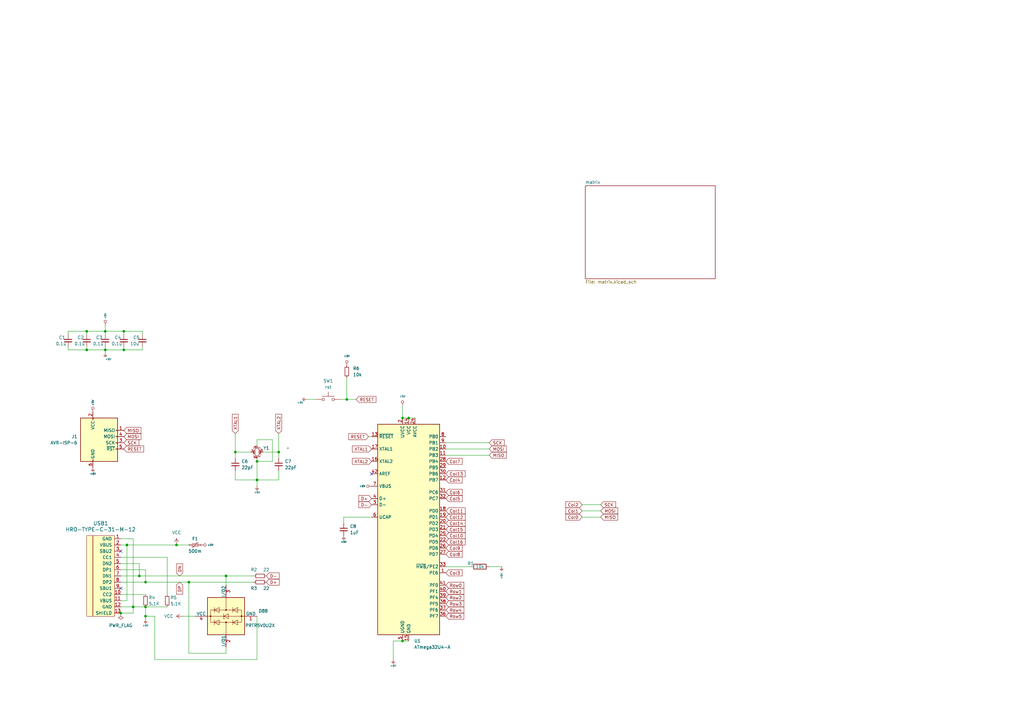
<source format=kicad_sch>
(kicad_sch (version 20230121) (generator eeschema)
  (paper "A3")
  (lib_symbols
    (symbol "Connector:AVR-ISP-6" (pin_names (offset 1.016))
      (property "Reference" "J" (at -6.35 11.43 0))
      (property "Value" "AVR-ISP-6" (at 0 11.43 0))
      (symbol "AVR-ISP-6_0_1"
        (rectangle (start -2.667 -6.858) (end -2.413 -7.62))
        (rectangle (start -2.667 10.16) (end -2.413 9.398))
        (rectangle (start 7.62 -2.413) (end 6.858 -2.667))
        (rectangle (start 7.62 0.127) (end 6.858 -0.127))
        (rectangle (start 7.62 2.667) (end 6.858 2.413))
        (rectangle (start 7.62 5.207) (end 6.858 4.953))
        (rectangle (start 7.62 10.16) (end -7.62 -7.62) (stroke (width 0.254)) (fill (type background)))
      )
      (symbol "AVR-ISP-6_1_1"
        (pin passive line (at 10.16 5.08 180) (length 2.54) (name "MISO") (number "1"))
        (pin passive line (at -2.54 12.7 270) (length 2.54) (name "VCC") (number "2"))
        (pin passive line (at 10.16 0 180) (length 2.54) (name "SCK") (number "3"))
        (pin passive line (at 10.16 2.54 180) (length 2.54) (name "MOSI") (number "4"))
        (pin passive line (at 10.16 -2.54 180) (length 2.54) (name "~{RST}") (number "5"))
        (pin passive line (at -2.54 -10.16 90) (length 2.54) (name "GND") (number "6"))
      )
    )
    (symbol "Device:C_Small" (pin_numbers hide) (pin_names (offset 0.254) hide)
      (property "Reference" "C" (at 0.254 1.778 0))
      (property "Value" "C_Small" (at 0.254 -2.032 0))
      (symbol "C_Small_0_1"
        (polyline (pts (xy -1.524 -0.508) (xy 1.524 -0.508)) (stroke (width 0.3302)))
        (polyline (pts (xy -1.524 0.508) (xy 1.524 0.508)) (stroke (width 0.3048)))
      )
      (symbol "C_Small_1_1"
        (pin passive line (at 0 2.54 270) (length 2.032) (name "~") (number "1"))
        (pin passive line (at 0 -2.54 90) (length 2.032) (name "~") (number "2"))
      )
    )
    (symbol "Device:Crystal_GND24_Small" (pin_names (offset 1.016) hide)
      (property "Reference" "Y" (at 1.27 4.445 0))
      (property "Value" "Crystal_GND24_Small" (at 1.27 2.54 0))
      (symbol "Crystal_GND24_Small_0_1"
        (rectangle (start -0.762 -1.524) (end 0.762 1.524))
        (polyline (pts (xy -1.27 -0.762) (xy -1.27 0.762)) (stroke (width 0.381)))
        (polyline (pts (xy 1.27 -0.762) (xy 1.27 0.762)) (stroke (width 0.381)))
        (polyline (pts (xy -1.27 -1.27) (xy -1.27 -1.905) (xy 1.27 -1.905) (xy 1.27 -1.27)))
        (polyline (pts (xy -1.27 1.27) (xy -1.27 1.905) (xy 1.27 1.905) (xy 1.27 1.27)))
      )
      (symbol "Crystal_GND24_Small_1_1"
        (pin passive line (at -2.54 0 0) (length 1.27) (name "1") (number "1"))
        (pin passive line (at 0 -2.54 90) (length 0.635) (name "2") (number "2"))
        (pin passive line (at 2.54 0 180) (length 1.27) (name "3") (number "3"))
        (pin passive line (at 0 2.54 270) (length 0.635) (name "4") (number "4"))
      )
    )
    (symbol "Device:Polyfuse_Small" (pin_numbers hide) (pin_names (offset 0))
      (property "Reference" "F" (at -1.905 0 90))
      (property "Value" "Polyfuse_Small" (at 1.905 0 90))
      (symbol "Polyfuse_Small_0_1"
        (rectangle (start -0.508 1.27) (end 0.508 -1.27))
        (polyline (pts (xy 0 2.54) (xy 0 -2.54)))
        (polyline (pts (xy -1.016 1.27) (xy -1.016 0.762) (xy 1.016 -0.762) (xy 1.016 -1.27)))
      )
      (symbol "Polyfuse_Small_1_1"
        (pin passive line (at 0 2.54 270) (length 0.635) (name "~") (number "1"))
        (pin passive line (at 0 -2.54 90) (length 0.635) (name "~") (number "2"))
      )
    )
    (symbol "Device:R" (pin_numbers hide) (pin_names (offset 0))
      (property "Reference" "R" (at 2.032 0 90))
      (property "Value" "R" (at 0 0 90))
      (symbol "R_0_1"
        (rectangle (start -1.016 -2.54) (end 1.016 2.54) (stroke (width 0.254)))
      )
      (symbol "R_1_1"
        (pin passive line (at 0 3.81 270) (length 1.27) (name "~") (number "1"))
        (pin passive line (at 0 -3.81 90) (length 1.27) (name "~") (number "2"))
      )
    )
    (symbol "Device:R_Small" (pin_numbers hide) (pin_names (offset 0.254) hide)
      (property "Reference" "R" (at 0.762 0.508 0))
      (property "Value" "R_Small" (at 0.762 -1.016 0))
      (symbol "R_Small_0_1"
        (rectangle (start -0.762 1.778) (end 0.762 -1.778) (stroke (width 0.2032)))
      )
      (symbol "R_Small_1_1"
        (pin passive line (at 0 2.54 270) (length 0.762) (name "~") (number "1"))
        (pin passive line (at 0 -2.54 90) (length 0.762) (name "~") (number "2"))
      )
    )
    (symbol "MCU_Microchip_ATmega:ATmega32U4-A"
      (property "Reference" "U" (at -12.7 44.45 0))
      (property "Value" "ATmega32U4-A" (at 2.54 -44.45 0))
      (symbol "ATmega32U4-A_0_1"
        (rectangle (start -12.7 -43.18) (end 12.7 43.18) (stroke (width 0.254)) (fill (type background)))
      )
      (symbol "ATmega32U4-A_1_1"
        (pin bidirectional line (at 15.24 -17.78 180) (length 2.54) (name "PE6") (number "1"))
        (pin bidirectional line (at 15.24 33.02 180) (length 2.54) (name "PB2") (number "10"))
        (pin bidirectional line (at 15.24 30.48 180) (length 2.54) (name "PB3") (number "11"))
        (pin bidirectional line (at 15.24 20.32 180) (length 2.54) (name "PB7") (number "12"))
        (pin input line (at -15.24 38.1 0) (length 2.54) (name "~{RESET}") (number "13"))
        (pin power_in line (at 0 45.72 270) (length 2.54) (name "VCC") (number "14"))
        (pin power_in line (at 0 -45.72 90) (length 2.54) (name "GND") (number "15"))
        (pin output line (at -15.24 27.94 0) (length 2.54) (name "XTAL2") (number "16"))
        (pin input line (at -15.24 33.02 0) (length 2.54) (name "XTAL1") (number "17"))
        (pin bidirectional line (at 15.24 7.62 180) (length 2.54) (name "PD0") (number "18"))
        (pin bidirectional line (at 15.24 5.08 180) (length 2.54) (name "PD1") (number "19"))
        (pin power_in line (at -2.54 45.72 270) (length 2.54) (name "UVCC") (number "2"))
        (pin bidirectional line (at 15.24 2.54 180) (length 2.54) (name "PD2") (number "20"))
        (pin bidirectional line (at 15.24 0 180) (length 2.54) (name "PD3") (number "21"))
        (pin bidirectional line (at 15.24 -5.08 180) (length 2.54) (name "PD5") (number "22"))
        (pin passive line (at 0 -45.72 90) (length 2.54) hide (name "GND") (number "23"))
        (pin power_in line (at 2.54 45.72 270) (length 2.54) (name "AVCC") (number "24"))
        (pin bidirectional line (at 15.24 -2.54 180) (length 2.54) (name "PD4") (number "25"))
        (pin bidirectional line (at 15.24 -7.62 180) (length 2.54) (name "PD6") (number "26"))
        (pin bidirectional line (at 15.24 -10.16 180) (length 2.54) (name "PD7") (number "27"))
        (pin bidirectional line (at 15.24 27.94 180) (length 2.54) (name "PB4") (number "28"))
        (pin bidirectional line (at 15.24 25.4 180) (length 2.54) (name "PB5") (number "29"))
        (pin bidirectional line (at -15.24 10.16 0) (length 2.54) (name "D-") (number "3"))
        (pin bidirectional line (at 15.24 22.86 180) (length 2.54) (name "PB6") (number "30"))
        (pin bidirectional line (at 15.24 15.24 180) (length 2.54) (name "PC6") (number "31"))
        (pin bidirectional line (at 15.24 12.7 180) (length 2.54) (name "PC7") (number "32"))
        (pin bidirectional line (at 15.24 -15.24 180) (length 2.54) (name "~{HWB}/PE2") (number "33"))
        (pin passive line (at 0 45.72 270) (length 2.54) hide (name "VCC") (number "34"))
        (pin passive line (at 0 -45.72 90) (length 2.54) hide (name "GND") (number "35"))
        (pin bidirectional line (at 15.24 -35.56 180) (length 2.54) (name "PF7") (number "36"))
        (pin bidirectional line (at 15.24 -33.02 180) (length 2.54) (name "PF6") (number "37"))
        (pin bidirectional line (at 15.24 -30.48 180) (length 2.54) (name "PF5") (number "38"))
        (pin bidirectional line (at 15.24 -27.94 180) (length 2.54) (name "PF4") (number "39"))
        (pin bidirectional line (at -15.24 12.7 0) (length 2.54) (name "D+") (number "4"))
        (pin bidirectional line (at 15.24 -25.4 180) (length 2.54) (name "PF1") (number "40"))
        (pin bidirectional line (at 15.24 -22.86 180) (length 2.54) (name "PF0") (number "41"))
        (pin passive line (at -15.24 22.86 0) (length 2.54) (name "AREF") (number "42"))
        (pin passive line (at 0 -45.72 90) (length 2.54) hide (name "GND") (number "43"))
        (pin passive line (at 2.54 45.72 270) (length 2.54) hide (name "AVCC") (number "44"))
        (pin passive line (at -2.54 -45.72 90) (length 2.54) (name "UGND") (number "5"))
        (pin passive line (at -15.24 5.08 0) (length 2.54) (name "UCAP") (number "6"))
        (pin input line (at -15.24 17.78 0) (length 2.54) (name "VBUS") (number "7"))
        (pin bidirectional line (at 15.24 38.1 180) (length 2.54) (name "PB0") (number "8"))
        (pin bidirectional line (at 15.24 35.56 180) (length 2.54) (name "PB1") (number "9"))
      )
    )
    (symbol "Power_Protection:PRTR5V0U2X" (pin_names (offset 0))
      (property "Reference" "D" (at 2.794 8.636 0))
      (property "Value" "PRTR5V0U2X" (at 8.128 -9.398 0))
      (symbol "PRTR5V0U2X_0_1"
        (rectangle (start -7.62 -7.62) (end 7.62 7.62) (stroke (width 0.254)) (fill (type background)))
        (circle (center -2.54 0) (radius 0.254) (fill (type outline)))
        (rectangle (start -2.54 6.35) (end 2.54 -6.35))
        (circle (center 0 -6.35) (radius 0.254) (fill (type outline)))
        (polyline (pts (xy -2.54 0) (xy -7.62 0)))
        (polyline (pts (xy -1.524 -2.794) (xy -3.556 -2.794)))
        (polyline (pts (xy -1.524 4.826) (xy -3.556 4.826)))
        (polyline (pts (xy 0 -7.62) (xy 0 7.62)))
        (polyline (pts (xy 1.524 -2.794) (xy 3.556 -2.794)))
        (polyline (pts (xy 1.524 4.826) (xy 3.556 4.826)))
        (polyline (pts (xy 2.54 0) (xy 7.62 0)))
        (polyline (pts (xy 1.016 1.016) (xy -1.016 1.016) (xy -1.016 0.508)))
        (polyline (pts (xy -3.556 -4.826) (xy -1.524 -4.826) (xy -2.54 -2.794) (xy -3.556 -4.826)))
        (polyline (pts (xy -3.556 2.794) (xy -1.524 2.794) (xy -2.54 4.826) (xy -3.556 2.794)))
        (polyline (pts (xy -1.016 -1.016) (xy 1.016 -1.016) (xy 0 1.016) (xy -1.016 -1.016)))
        (polyline (pts (xy 3.556 -4.826) (xy 1.524 -4.826) (xy 2.54 -2.794) (xy 3.556 -4.826)))
        (polyline (pts (xy 3.556 2.794) (xy 1.524 2.794) (xy 2.54 4.826) (xy 3.556 2.794)))
        (circle (center 0 6.35) (radius 0.254) (fill (type outline)))
        (circle (center 2.54 0) (radius 0.254) (fill (type outline)))
      )
      (symbol "PRTR5V0U2X_1_1"
        (pin passive line (at 0 -12.7 90) (length 5.08) (name "GND") (number "1"))
        (pin passive line (at -12.7 0 0) (length 5.08) (name "I/O1") (number "2"))
        (pin passive line (at 12.7 0 180) (length 5.08) (name "I/O2") (number "3"))
        (pin passive line (at 0 12.7 270) (length 5.08) (name "VCC") (number "4"))
      )
    )
    (symbol "Switch:SW_Push" (pin_numbers hide) (pin_names (offset 1.016) hide)
      (property "Reference" "SW" (at 1.27 2.54 0))
      (property "Value" "SW_Push" (at 0 -1.524 0))
      (symbol "SW_Push_0_1"
        (circle (center -2.032 0) (radius 0.508))
        (polyline (pts (xy 0 1.27) (xy 0 3.048)))
        (polyline (pts (xy 2.54 1.27) (xy -2.54 1.27)))
        (circle (center 2.032 0) (radius 0.508))
        (pin passive line (at -5.08 0 0) (length 2.54) (name "1") (number "1"))
        (pin passive line (at 5.08 0 180) (length 2.54) (name "2") (number "2"))
      )
    )
    (symbol "Type-C:HRO-TYPE-C-31-M-12" (pin_names (offset 1.016))
      (property "Reference" "USB" (at -5.08 16.51 0))
      (property "Value" "HRO-TYPE-C-31-M-12" (at -10.16 -1.27 90))
      (symbol "HRO-TYPE-C-31-M-12_0_1"
        (rectangle (start -11.43 15.24) (end -8.89 -17.78) (fill (type background)))
        (rectangle (start 0 -17.78) (end -8.89 15.24) (fill (type background)))
      )
      (symbol "HRO-TYPE-C-31-M-12_1_1"
        (pin input line (at 2.54 13.97 180) (length 2.54) (name "GND") (number "1"))
        (pin input line (at 2.54 -8.89 180) (length 2.54) (name "CC2") (number "10"))
        (pin input line (at 2.54 -11.43 180) (length 2.54) (name "VBUS") (number "11"))
        (pin input line (at 2.54 -13.97 180) (length 2.54) (name "GND") (number "12"))
        (pin input line (at 2.54 -16.51 180) (length 2.54) (name "SHIELD") (number "13"))
        (pin input line (at 2.54 11.43 180) (length 2.54) (name "VBUS") (number "2"))
        (pin input line (at 2.54 8.89 180) (length 2.54) (name "SBU2") (number "3"))
        (pin input line (at 2.54 6.35 180) (length 2.54) (name "CC1") (number "4"))
        (pin input line (at 2.54 3.81 180) (length 2.54) (name "DN2") (number "5"))
        (pin input line (at 2.54 1.27 180) (length 2.54) (name "DP1") (number "6"))
        (pin input line (at 2.54 -1.27 180) (length 2.54) (name "DN1") (number "7"))
        (pin input line (at 2.54 -3.81 180) (length 2.54) (name "DP2") (number "8"))
        (pin input line (at 2.54 -6.35 180) (length 2.54) (name "SBU1") (number "9"))
      )
    )
    (symbol "keyboard_parts:+5V" (power) (pin_names (offset 0))
      (property "Value" "+5V" (at 0 2.794 0))
      (symbol "+5V_0_0"
        (pin power_in line (at 0 0 90) (length 0) hide (name "+5V") (number "1"))
      )
      (symbol "+5V_0_1"
        (polyline (pts (xy 0 0) (xy 0 1.016) (xy 0 1.016)))
        (circle (center 0 1.524) (radius 0.508))
      )
    )
    (symbol "keyboard_parts:GND" (power) (pin_names (offset 0))
      (property "Value" "GND" (at 0 -2.54 0))
      (symbol "GND_0_0"
        (pin power_in line (at 0 0 90) (length 0) hide (name "+5V") (number "1"))
      )
      (symbol "GND_0_1"
        (polyline (pts (xy 0 -1.651) (xy 0.635 -1.016) (xy -0.635 -1.016) (xy 0 -1.651)))
      )
      (symbol "GND_1_1"
        (polyline (pts (xy 0 0) (xy 0 -1.016) (xy 0 -1.016)))
      )
    )
    (symbol "power:PWR_FLAG" (power) (pin_numbers hide) (pin_names (offset 0) hide)
      (property "Value" "PWR_FLAG" (at 0 3.81 0))
      (symbol "PWR_FLAG_0_0"
        (pin power_out line (at 0 0 90) (length 0) (name "pwr") (number "1"))
      )
      (symbol "PWR_FLAG_0_1"
        (polyline (pts (xy 0 0) (xy 0 1.27) (xy -1.016 1.905) (xy 0 2.54) (xy 1.016 1.905) (xy 0 1.27)))
      )
    )
    (symbol "power:VCC" (power) (pin_names (offset 0))
      (property "Value" "VCC" (at 0 3.81 0))
      (symbol "VCC_0_1"
        (polyline (pts (xy -0.762 1.27) (xy 0 2.54)))
        (polyline (pts (xy 0 0) (xy 0 2.54)))
        (polyline (pts (xy 0 2.54) (xy 0.762 1.27)))
      )
      (symbol "VCC_1_1"
        (pin power_in line (at 0 0 90) (length 0) hide (name "VCC") (number "1"))
      )
    )
  )
  (junction (at 72.39 223.52))
  (junction (at 50.8 135.89))
  (junction (at 59.69 252.73))
  (junction (at 49.53 251.46))
  (junction (at 59.69 238.76))
  (junction (at 59.69 248.92))
  (junction (at 35.56 135.89))
  (junction (at 35.56 143.51))
  (junction (at 43.18 135.89))
  (junction (at 105.41 189.23))
  (junction (at 105.41 196.85))
  (junction (at 57.15 236.22))
  (junction (at 165.1 171.45))
  (junction (at 52.07 223.52))
  (junction (at 43.18 143.51))
  (junction (at 50.8 143.51))
  (junction (at 96.52 185.42))
  (junction (at 114.3 185.42))
  (junction (at 165.1 262.89))
  (junction (at 142.24 163.83))
  (junction (at 77.47 238.76))
  (junction (at 92.71 236.22))
  (junction (at 167.64 171.45))
  (junction (at 54.61 248.92))
  (no_connect (at 152.4 194.31))
  (no_connect (at 49.53 241.3))
  (no_connect (at 49.53 226.06))
  (wire (pts (xy 43.18 135.89) (xy 50.8 135.89)))
  (wire (pts (xy 111.76 180.34) (xy 111.76 189.23)))
  (wire (pts (xy 200.66 181.61) (xy 182.88 181.61)))
  (wire (pts (xy 43.18 135.89) (xy 43.18 137.16)))
  (wire (pts (xy 165.1 262.89) (xy 167.64 262.89)))
  (wire (pts (xy 68.58 228.6) (xy 68.58 243.84)))
  (wire (pts (xy 77.47 267.97) (xy 77.47 238.76)))
  (wire (pts (xy 105.41 252.73) (xy 105.41 270.51)))
  (wire (pts (xy 92.71 265.43) (xy 92.71 267.97)))
  (wire (pts (xy 105.41 189.23) (xy 105.41 196.85)))
  (wire (pts (xy 105.41 196.85) (xy 105.41 199.39)))
  (wire (pts (xy 125.73 163.83) (xy 129.54 163.83)))
  (wire (pts (xy 43.18 133.35) (xy 43.18 135.89)))
  (wire (pts (xy 105.41 180.34) (xy 111.76 180.34)))
  (wire (pts (xy 59.69 248.92) (xy 68.58 248.92)))
  (wire (pts (xy 238.76 212.09) (xy 246.38 212.09)))
  (wire (pts (xy 63.5 270.51) (xy 63.5 252.73)))
  (wire (pts (xy 49.53 233.68) (xy 59.69 233.68)))
  (wire (pts (xy 92.71 236.22) (xy 104.14 236.22)))
  (wire (pts (xy 92.71 236.22) (xy 92.71 240.03)))
  (wire (pts (xy 49.53 248.92) (xy 54.61 248.92)))
  (wire (pts (xy 96.52 177.8) (xy 96.52 185.42)))
  (wire (pts (xy 35.56 143.51) (xy 43.18 143.51)))
  (wire (pts (xy 140.97 212.09) (xy 140.97 214.63)))
  (wire (pts (xy 35.56 142.24) (xy 35.56 143.51)))
  (wire (pts (xy 49.53 223.52) (xy 52.07 223.52)))
  (wire (pts (xy 57.15 236.22) (xy 92.71 236.22)))
  (wire (pts (xy 58.42 142.24) (xy 58.42 143.51)))
  (wire (pts (xy 58.42 135.89) (xy 58.42 137.16)))
  (wire (pts (xy 54.61 220.98) (xy 49.53 220.98)))
  (wire (pts (xy 152.4 212.09) (xy 140.97 212.09)))
  (wire (pts (xy 200.66 186.69) (xy 182.88 186.69)))
  (wire (pts (xy 151.13 179.07) (xy 152.4 179.07)))
  (wire (pts (xy 105.41 270.51) (xy 63.5 270.51)))
  (wire (pts (xy 146.05 163.83) (xy 142.24 163.83)))
  (wire (pts (xy 59.69 238.76) (xy 77.47 238.76)))
  (wire (pts (xy 49.53 243.84) (xy 59.69 243.84)))
  (wire (pts (xy 238.76 207.01) (xy 246.38 207.01)))
  (wire (pts (xy 200.66 184.15) (xy 182.88 184.15)))
  (wire (pts (xy 102.87 185.42) (xy 96.52 185.42)))
  (wire (pts (xy 49.53 236.22) (xy 57.15 236.22)))
  (wire (pts (xy 63.5 252.73) (xy 59.69 252.73)))
  (wire (pts (xy 52.07 223.52) (xy 72.39 223.52)))
  (wire (pts (xy 50.8 135.89) (xy 58.42 135.89)))
  (wire (pts (xy 35.56 135.89) (xy 43.18 135.89)))
  (wire (pts (xy 114.3 177.8) (xy 114.3 185.42)))
  (wire (pts (xy 27.94 135.89) (xy 27.94 137.16)))
  (wire (pts (xy 49.53 246.38) (xy 52.07 246.38)))
  (wire (pts (xy 52.07 246.38) (xy 52.07 223.52)))
  (wire (pts (xy 77.47 238.76) (xy 104.14 238.76)))
  (wire (pts (xy 74.93 252.73) (xy 80.01 252.73)))
  (wire (pts (xy 107.95 185.42) (xy 114.3 185.42)))
  (wire (pts (xy 161.29 270.51) (xy 161.29 262.89)))
  (wire (pts (xy 27.94 143.51) (xy 35.56 143.51)))
  (wire (pts (xy 142.24 154.94) (xy 142.24 163.83)))
  (wire (pts (xy 200.66 232.41) (xy 205.74 232.41)))
  (wire (pts (xy 92.71 267.97) (xy 77.47 267.97)))
  (wire (pts (xy 50.8 143.51) (xy 43.18 143.51)))
  (wire (pts (xy 161.29 262.89) (xy 165.1 262.89)))
  (wire (pts (xy 50.8 142.24) (xy 50.8 143.51)))
  (wire (pts (xy 49.53 228.6) (xy 68.58 228.6)))
  (wire (pts (xy 57.15 231.14) (xy 57.15 236.22)))
  (wire (pts (xy 114.3 193.04) (xy 114.3 196.85)))
  (wire (pts (xy 27.94 135.89) (xy 35.56 135.89)))
  (wire (pts (xy 54.61 248.92) (xy 59.69 248.92)))
  (wire (pts (xy 111.76 189.23) (xy 105.41 189.23)))
  (wire (pts (xy 49.53 238.76) (xy 59.69 238.76)))
  (wire (pts (xy 165.1 166.37) (xy 165.1 171.45)))
  (wire (pts (xy 59.69 233.68) (xy 59.69 238.76)))
  (wire (pts (xy 43.18 143.51) (xy 43.18 144.78)))
  (wire (pts (xy 182.88 232.41) (xy 193.04 232.41)))
  (wire (pts (xy 54.61 251.46) (xy 54.61 248.92)))
  (wire (pts (xy 49.53 251.46) (xy 54.61 251.46)))
  (wire (pts (xy 54.61 248.92) (xy 54.61 220.98)))
  (wire (pts (xy 238.76 209.55) (xy 246.38 209.55)))
  (wire (pts (xy 58.42 143.51) (xy 50.8 143.51)))
  (wire (pts (xy 72.39 223.52) (xy 77.47 223.52)))
  (wire (pts (xy 114.3 185.42) (xy 114.3 187.96)))
  (wire (pts (xy 43.18 142.24) (xy 43.18 143.51)))
  (wire (pts (xy 59.69 252.73) (xy 59.69 254)))
  (wire (pts (xy 35.56 135.89) (xy 35.56 137.16)))
  (wire (pts (xy 49.53 231.14) (xy 57.15 231.14)))
  (wire (pts (xy 114.3 196.85) (xy 105.41 196.85)))
  (wire (pts (xy 142.24 163.83) (xy 139.7 163.83)))
  (wire (pts (xy 50.8 135.89) (xy 50.8 137.16)))
  (wire (pts (xy 59.69 248.92) (xy 59.69 252.73)))
  (wire (pts (xy 96.52 185.42) (xy 96.52 187.96)))
  (wire (pts (xy 165.1 171.45) (xy 167.64 171.45)))
  (wire (pts (xy 96.52 196.85) (xy 105.41 196.85)))
  (wire (pts (xy 105.41 187.96) (xy 105.41 189.23)))
  (wire (pts (xy 105.41 182.88) (xy 105.41 180.34)))
  (wire (pts (xy 27.94 142.24) (xy 27.94 143.51)))
  (wire (pts (xy 96.52 193.04) (xy 96.52 196.85)))
  (wire (pts (xy 167.64 171.45) (xy 170.18 171.45)))
  (global_label "XTAL2" (shape input) (at 114.3 177.8 90) (property "Intersheetrefs" "${INTERSHEET_REFS}" (effects hide)))
  (global_label "DN" (shape input) (at 73.66 236.22 90) (property "Intersheetrefs" "${INTERSHEET_REFS}" (effects hide)))
  (global_label "Col15" (shape input) (at 182.88 217.17 0) (property "Intersheetrefs" "${INTERSHEET_REFS}" (effects hide)))
  (global_label "MISO" (shape input) (at 200.66 186.69 0) (property "Intersheetrefs" "${INTERSHEET_REFS}" (effects hide)))
  (global_label "RESET" (shape input) (at 146.05 163.83 0) (property "Intersheetrefs" "${INTERSHEET_REFS}" (effects hide)))
  (global_label "D-" (shape input) (at 109.22 236.22 0) (property "Intersheetrefs" "${INTERSHEET_REFS}" (effects hide)))
  (global_label "MISO" (shape input) (at 246.38 212.09 0) (property "Intersheetrefs" "${INTERSHEET_REFS}" (effects hide)))
  (global_label "MOSI" (shape input) (at 50.8 179.07 0) (property "Intersheetrefs" "${INTERSHEET_REFS}" (effects hide)))
  (global_label "SCK" (shape input) (at 246.38 207.01 0) (property "Intersheetrefs" "${INTERSHEET_REFS}" (effects hide)))
  (global_label "MOSI" (shape input) (at 200.66 184.15 0) (property "Intersheetrefs" "${INTERSHEET_REFS}" (effects hide)))
  (global_label "Col7" (shape input) (at 182.88 189.23 0) (property "Intersheetrefs" "${INTERSHEET_REFS}" (effects hide)))
  (global_label "RESET" (shape input) (at 151.13 179.07 180) (property "Intersheetrefs" "${INTERSHEET_REFS}" (effects hide)))
  (global_label "DP" (shape input) (at 73.66 238.76 270) (property "Intersheetrefs" "${INTERSHEET_REFS}" (effects hide)))
  (global_label "D+" (shape input) (at 109.22 238.76 0) (property "Intersheetrefs" "${INTERSHEET_REFS}" (effects hide)))
  (global_label "Col11" (shape input) (at 182.88 209.55 0) (property "Intersheetrefs" "${INTERSHEET_REFS}" (effects hide)))
  (global_label "Row2" (shape input) (at 182.88 245.11 0) (property "Intersheetrefs" "${INTERSHEET_REFS}" (effects hide)))
  (global_label "Col2" (shape input) (at 238.76 207.01 180) (property "Intersheetrefs" "${INTERSHEET_REFS}" (effects hide)))
  (global_label "SCK" (shape input) (at 50.8 181.61 0) (property "Intersheetrefs" "${INTERSHEET_REFS}" (effects hide)))
  (global_label "RESET" (shape input) (at 50.8 184.15 0) (property "Intersheetrefs" "${INTERSHEET_REFS}" (effects hide)))
  (global_label "Row5" (shape input) (at 182.88 252.73 0) (property "Intersheetrefs" "${INTERSHEET_REFS}" (effects hide)))
  (global_label "Col1" (shape input) (at 238.76 209.55 180) (property "Intersheetrefs" "${INTERSHEET_REFS}" (effects hide)))
  (global_label "Col8" (shape input) (at 182.88 227.33 0) (property "Intersheetrefs" "${INTERSHEET_REFS}" (effects hide)))
  (global_label "MOSI" (shape input) (at 246.38 209.55 0) (property "Intersheetrefs" "${INTERSHEET_REFS}" (effects hide)))
  (global_label "D-" (shape input) (at 152.4 207.01 180) (property "Intersheetrefs" "${INTERSHEET_REFS}" (effects hide)))
  (global_label "XTAL1" (shape input) (at 96.52 177.8 90) (property "Intersheetrefs" "${INTERSHEET_REFS}" (effects hide)))
  (global_label "Row0" (shape input) (at 182.88 240.03 0) (property "Intersheetrefs" "${INTERSHEET_REFS}" (effects hide)))
  (global_label "Col5" (shape input) (at 182.88 204.47 0) (property "Intersheetrefs" "${INTERSHEET_REFS}" (effects hide)))
  (global_label "Col16" (shape input) (at 182.88 222.25 0) (property "Intersheetrefs" "${INTERSHEET_REFS}" (effects hide)))
  (global_label "Col4" (shape input) (at 182.88 196.85 0) (property "Intersheetrefs" "${INTERSHEET_REFS}" (effects hide)))
  (global_label "Row1" (shape input) (at 182.88 242.57 0) (property "Intersheetrefs" "${INTERSHEET_REFS}" (effects hide)))
  (global_label "Col9" (shape input) (at 182.88 224.79 0) (property "Intersheetrefs" "${INTERSHEET_REFS}" (effects hide)))
  (global_label "Row3" (shape input) (at 182.88 247.65 0) (property "Intersheetrefs" "${INTERSHEET_REFS}" (effects hide)))
  (global_label "XTAL2" (shape input) (at 152.4 189.23 180) (property "Intersheetrefs" "${INTERSHEET_REFS}" (effects hide)))
  (global_label "Col10" (shape input) (at 182.88 219.71 0) (property "Intersheetrefs" "${INTERSHEET_REFS}" (effects hide)))
  (global_label "XTAL1" (shape input) (at 152.4 184.15 180) (property "Intersheetrefs" "${INTERSHEET_REFS}" (effects hide)))
  (global_label "Col3" (shape input) (at 182.88 234.95 0) (property "Intersheetrefs" "${INTERSHEET_REFS}" (effects hide)))
  (global_label "Col13" (shape input) (at 182.88 194.31 0) (property "Intersheetrefs" "${INTERSHEET_REFS}" (effects hide)))
  (global_label "Col14" (shape input) (at 182.88 214.63 0) (property "Intersheetrefs" "${INTERSHEET_REFS}" (effects hide)))
  (global_label "Col0" (shape input) (at 238.76 212.09 180) (property "Intersheetrefs" "${INTERSHEET_REFS}" (effects hide)))
  (global_label "D+" (shape input) (at 152.4 204.47 180) (property "Intersheetrefs" "${INTERSHEET_REFS}" (effects hide)))
  (global_label "Col12" (shape input) (at 182.88 212.09 0) (property "Intersheetrefs" "${INTERSHEET_REFS}" (effects hide)))
  (global_label "Row4" (shape input) (at 182.88 250.19 0) (property "Intersheetrefs" "${INTERSHEET_REFS}" (effects hide)))
  (global_label "SCK" (shape input) (at 200.66 181.61 0) (property "Intersheetrefs" "${INTERSHEET_REFS}" (effects hide)))
  (global_label "Col6" (shape input) (at 182.88 201.93 0) (property "Intersheetrefs" "${INTERSHEET_REFS}" (effects hide)))
  (global_label "MISO" (shape input) (at 50.8 176.53 0) (property "Intersheetrefs" "${INTERSHEET_REFS}" (effects hide)))
  (symbol (lib_id "keyboard_parts:GND") (at 59.69 254 0) (unit 1)
    (property "Reference" "#PWR013" (effects hide))
    (property "Value" "GND" (at 59.69 256.54 0) (effects (font (size 0.762 0.762))))
  )
  (symbol (lib_id "keyboard_parts:GND") (at 140.97 219.71 0) (unit 1)
    (property "Reference" "#PWR08" (effects hide))
    (property "Value" "GND" (at 140.97 222.25 0) (effects (font (size 0.762 0.762))))
  )
  (symbol (lib_id "Device:R_Small") (at 68.58 246.38 0) (unit 1)
    (property "Reference" "R5" (at 69.85 245.11 0) (effects (justify left)))
    (property "Value" "5.1K" (at 69.85 247.65 0) (effects (justify left)))
    (property "Footprint" "Resistor_SMD:R_0805_2012Metric_Pad1.20x1.40mm_HandSolder" (effects hide))
  )
  (symbol (lib_id "Device:C_Small") (at 35.56 139.7 0) (unit 1)
    (property "Reference" "C2" (at 31.75 138.43 0) (effects (justify left)))
    (property "Value" "0.1u" (at 30.48 140.97 0) (effects (justify left)))
    (property "Footprint" "Capacitor_SMD:C_0805_2012Metric_Pad1.18x1.45mm_HandSolder" (effects hide))
  )
  (symbol (lib_id "keyboard_parts:+5V") (at 142.24 149.86 0) (unit 1)
    (property "Reference" "#PWR016" (effects hide))
    (property "Value" "+5V" (at 142.24 146.05 0) (effects (font (size 0.762 0.762))))
  )
  (symbol (lib_id "Device:R") (at 196.85 232.41 90) (unit 1)
    (property "Reference" "R1" (at 193.04 231.14 90))
    (property "Value" "10k" (at 196.85 232.41 90))
    (property "Footprint" "Resistor_SMD:R_0805_2012Metric_Pad1.20x1.40mm_HandSolder" (effects hide))
  )
  (symbol (lib_id "Device:C_Small") (at 58.42 139.7 0) (unit 1)
    (property "Reference" "C5" (at 54.61 138.43 0) (effects (justify left)))
    (property "Value" "10u" (at 53.34 140.97 0) (effects (justify left)))
    (property "Footprint" "Capacitor_SMD:C_0805_2012Metric_Pad1.18x1.45mm_HandSolder" (effects hide))
  )
  (symbol (lib_id "Device:R_Small") (at 106.68 236.22 90) (unit 1)
    (property "Reference" "R2" (at 104.14 233.68 90))
    (property "Value" "22" (at 109.22 233.68 90))
    (property "Footprint" "Resistor_SMD:R_0805_2012Metric_Pad1.20x1.40mm_HandSolder" (effects hide))
  )
  (symbol (lib_id "Device:C_Small") (at 96.52 190.5 0) (unit 1)
    (property "Reference" "C6" (at 99.06 189.2363 0) (effects (justify left)))
    (property "Value" "22pF" (at 99.06 191.7763 0) (effects (justify left)))
    (property "Footprint" "Capacitor_SMD:C_0805_2012Metric_Pad1.18x1.45mm_HandSolder" (effects hide))
  )
  (symbol (lib_id "keyboard_parts:GND") (at 43.18 144.78 0) (unit 1)
    (property "Reference" "#PWR02" (effects hide))
    (property "Value" "GND" (at 44.45 147.32 0) (effects (font (size 0.762 0.762))))
  )
  (symbol (lib_id "Type-C:HRO-TYPE-C-31-M-12") (at 46.99 234.95 0) (unit 1)
    (property "Reference" "USB1" (at 41.275 214.63 0) (effects (font (size 1.524 1.524))))
    (property "Value" "HRO-TYPE-C-31-M-12" (at 41.275 217.17 0) (effects (font (size 1.524 1.524))))
    (property "Footprint" "Type-C:HRO-TYPE-C-31-M-12-HandSoldering" (effects hide))
  )
  (symbol (lib_id "keyboard_parts:GND") (at 125.73 163.83 270) (unit 1)
    (property "Reference" "#PWR04" (effects hide))
    (property "Value" "GND" (at 121.92 165.1 90) (effects (font (size 0.762 0.762)) (justify left)))
  )
  (symbol (lib_id "power:PWR_FLAG") (at 49.53 251.46 180) (unit 1)
    (property "Reference" "#FLG01" (effects hide))
    (property "Value" "PWR_FLAG" (at 49.53 256.54 0))
  )
  (symbol (lib_id "keyboard_parts:GND") (at 161.29 270.51 0) (unit 1)
    (property "Reference" "#PWR014" (effects hide))
    (property "Value" "GND" (at 161.29 273.05 0) (effects (font (size 0.762 0.762))))
  )
  (symbol (lib_id "Device:C_Small") (at 27.94 139.7 0) (unit 1)
    (property "Reference" "C1" (at 24.13 138.43 0) (effects (justify left)))
    (property "Value" "0.1u" (at 22.86 140.97 0) (effects (justify left)))
    (property "Footprint" "Capacitor_SMD:C_0805_2012Metric_Pad1.18x1.45mm_HandSolder" (effects hide))
  )
  (symbol (lib_id "Device:C_Small") (at 50.8 139.7 0) (unit 1)
    (property "Reference" "C4" (at 46.99 138.43 0) (effects (justify left)))
    (property "Value" "0.1u" (at 45.72 140.97 0) (effects (justify left)))
    (property "Footprint" "Capacitor_SMD:C_0805_2012Metric_Pad1.18x1.45mm_HandSolder" (effects hide))
  )
  (symbol (lib_id "Device:C_Small") (at 43.18 139.7 0) (unit 1)
    (property "Reference" "C3" (at 39.37 138.43 0) (effects (justify left)))
    (property "Value" "0.1u" (at 38.1 140.97 0) (effects (justify left)))
    (property "Footprint" "Capacitor_SMD:C_0805_2012Metric_Pad1.18x1.45mm_HandSolder" (effects hide))
  )
  (symbol (lib_id "keyboard_parts:+5V") (at 82.55 223.52 270) (unit 1)
    (property "Reference" "#PWR010" (effects hide))
    (property "Value" "+5V" (at 85.09 223.52 90) (effects (font (size 0.762 0.762)) (justify left)))
  )
  (symbol (lib_id "MCU_Microchip_ATmega:ATmega32U4-A") (at 167.64 217.17 0) (unit 1)
    (property "Reference" "U1" (at 169.8341 262.89 0) (effects (justify left)))
    (property "Value" "ATmega32U4-A" (at 169.8341 265.43 0) (effects (justify left)))
    (property "Footprint" "Package_QFP:TQFP-44_10x10mm_P0.8mm" (effects hide))
    (property "Datasheet" "http://ww1.microchip.com/downloads/en/DeviceDoc/Atmel-7766-8-bit-AVR-ATmega16U4-32U4_Datasheet.pdf" (effects hide))
  )
  (symbol (lib_id "Device:R_Small") (at 59.69 246.38 0) (unit 1)
    (property "Reference" "R4" (at 60.96 245.11 0) (effects (justify left)))
    (property "Value" "5.1K" (at 60.96 247.65 0) (effects (justify left)))
    (property "Footprint" "Resistor_SMD:R_0805_2012Metric_Pad1.20x1.40mm_HandSolder" (effects hide))
  )
  (symbol (lib_id "Switch:SW_Push") (at 134.62 163.83 0) (unit 1)
    (property "Reference" "SW1" (at 134.62 156.21 0))
    (property "Value" "rst" (at 134.62 158.75 0))
    (property "Footprint" "PCM_marbastlib-various:SW_SPST_SKQG_WithStem" (effects hide))
  )
  (symbol (lib_id "keyboard_parts:+5V") (at 43.18 133.35 0) (unit 1)
    (property "Reference" "#PWR01" (effects hide))
    (property "Value" "+5V" (at 43.18 130.81 90) (effects (font (size 0.762 0.762)) (justify left)))
  )
  (symbol (lib_id "keyboard_parts:GND") (at 105.41 199.39 0) (unit 1)
    (property "Reference" "#PWR07" (effects hide))
    (property "Value" "GND" (at 105.41 201.93 0) (effects (font (size 0.762 0.762))))
  )
  (symbol (lib_id "Device:R_Small") (at 106.68 238.76 90) (unit 1)
    (property "Reference" "R3" (at 104.14 241.3 90))
    (property "Value" "22" (at 109.22 241.3 90))
    (property "Footprint" "Resistor_SMD:R_0805_2012Metric_Pad1.20x1.40mm_HandSolder" (effects hide))
  )
  (symbol (lib_id "Device:C_Small") (at 140.97 217.17 0) (unit 1)
    (property "Reference" "C8" (at 143.51 215.9063 0) (effects (justify left)))
    (property "Value" "1uF" (at 143.51 218.4463 0) (effects (justify left)))
    (property "Footprint" "Capacitor_SMD:C_0805_2012Metric_Pad1.18x1.45mm_HandSolder" (effects hide))
  )
  (symbol (lib_id "Connector:AVR-ISP-6") (at 40.64 181.61 0) (unit 1)
    (property "Reference" "J1" (at 31.75 179.07 0) (effects (justify right)))
    (property "Value" "AVR-ISP-6" (at 31.75 181.61 0) (effects (justify right)))
    (property "Footprint" "random-keyboard-parts:Reset_Pretty-Mask" (effects hide))
    (property "Datasheet" " ~" (effects hide))
  )
  (symbol (lib_id "Device:Polyfuse_Small") (at 80.01 223.52 270) (unit 1)
    (property "Reference" "F1" (at 80.01 220.98 90))
    (property "Value" "500m" (at 80.01 226.06 90))
    (property "Footprint" "Fuse:Fuse_1206_3216Metric_Pad1.42x1.75mm_HandSolder" (effects hide))
  )
  (symbol (lib_id "power:VCC") (at 74.93 252.73 90) (unit 1)
    (property "Reference" "#PWR012" (effects hide))
    (property "Value" "VCC" (at 71.12 252.73 90) (effects (justify left)))
  )
  (symbol (lib_id "keyboard_parts:GND") (at 38.1 191.77 0) (unit 1)
    (property "Reference" "#PWR06" (effects hide))
    (property "Value" "GND" (at 38.1 194.31 0) (effects (font (size 0.762 0.762))))
  )
  (symbol (lib_id "Power_Protection:PRTR5V0U2X") (at 92.71 252.73 90) (unit 1)
    (property "Reference" "D88" (at 107.95 250.6157 90))
    (property "Value" "PRTR5V0U2X" (at 106.68 256.54 90))
    (property "Footprint" "Package_TO_SOT_SMD:SOT-143" (effects hide))
    (property "Datasheet" "https://assets.nexperia.com/documents/data-sheet/PRTR5V0U2X.pdf" (effects hide))
  )
  (symbol (lib_id "keyboard_parts:+5V") (at 165.1 166.37 0) (unit 1)
    (property "Reference" "#PWR03" (effects hide))
    (property "Value" "+5V" (at 165.1 162.56 0) (effects (font (size 0.762 0.762))))
  )
  (symbol (lib_id "keyboard_parts:+5V") (at 152.4 199.39 90) (unit 1)
    (property "Reference" "#PWR015" (effects hide))
    (property "Value" "+5V" (at 149.86 199.39 90) (effects (font (size 0.762 0.762)) (justify left)))
  )
  (symbol (lib_id "Device:Crystal_GND24_Small") (at 105.41 185.42 0) (unit 1)
    (property "Reference" "Y1" (at 109.22 183.7691 0))
    (property "Value" "~" (at 118.11 183.7691 0))
    (property "Footprint" "Crystal:Crystal_SMD_3225-4Pin_3.2x2.5mm_HandSoldering" (effects hide))
  )
  (symbol (lib_id "Device:R_Small") (at 142.24 152.4 0) (unit 1)
    (property "Reference" "R6" (at 144.78 151.13 0) (effects (justify left)))
    (property "Value" "10k" (at 144.78 153.67 0) (effects (justify left)))
    (property "Footprint" "Resistor_SMD:R_0805_2012Metric_Pad1.20x1.40mm_HandSolder" (effects hide))
  )
  (symbol (lib_id "Device:C_Small") (at 114.3 190.5 0) (unit 1)
    (property "Reference" "C7" (at 116.84 189.2363 0) (effects (justify left)))
    (property "Value" "22pF" (at 116.84 191.7763 0) (effects (justify left)))
    (property "Footprint" "Capacitor_SMD:C_0805_2012Metric_Pad1.18x1.45mm_HandSolder" (effects hide))
  )
  (symbol (lib_id "power:VCC") (at 72.39 223.52 0) (unit 1)
    (property "Reference" "#PWR09" (effects hide))
    (property "Value" "VCC" (at 72.39 218.44 0))
  )
  (symbol (lib_id "keyboard_parts:+5V") (at 38.1 168.91 0) (unit 1)
    (property "Reference" "#PWR05" (effects hide))
    (property "Value" "+5V" (at 38.1 166.37 90) (effects (font (size 0.762 0.762)) (justify left)))
  )
  (symbol (lib_id "keyboard_parts:GND") (at 205.74 232.41 0) (unit 1)
    (property "Reference" "#PWR011" (effects hide))
    (property "Value" "GND" (at 205.74 237.49 90) (effects (font (size 0.762 0.762)) (justify left)))
  )
  (sheet (at 240.03 76.2) (size 53.34 38.1) (stroke (width 0.1524))
    (property "Sheetname" "matrix" (at 240.03 75.4884 0) (effects (justify left bottom)))
    (property "Sheetfile" "matrix.kicad_sch" (at 240.03 114.8846 0) (effects (justify left top)))
  )
)
</source>
